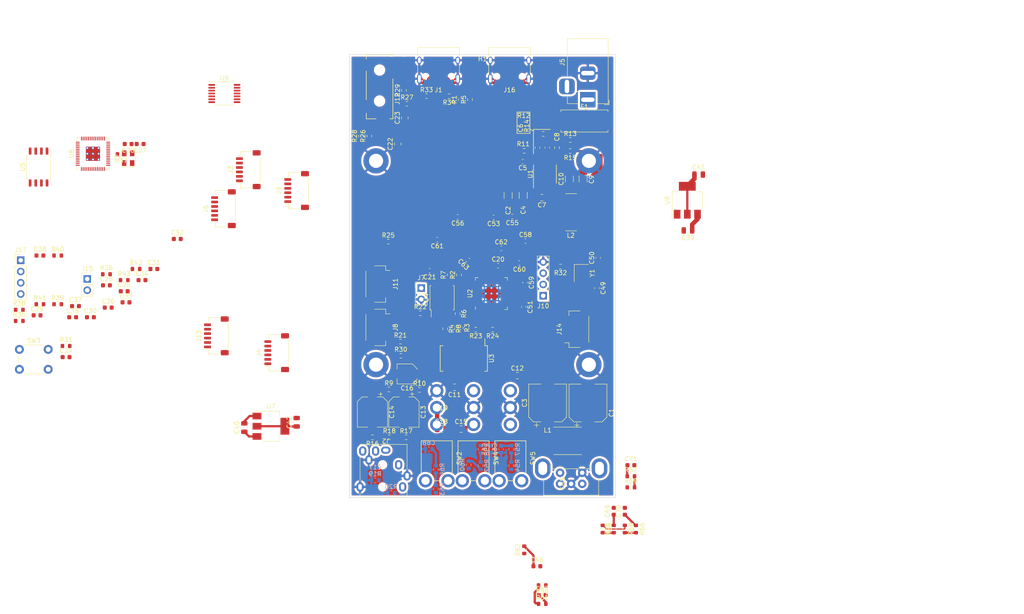
<source format=kicad_pcb>
(kicad_pcb (version 20211014) (generator pcbnew)

  (general
    (thickness 1.6)
  )

  (paper "A4")
  (layers
    (0 "F.Cu" signal)
    (31 "B.Cu" signal)
    (32 "B.Adhes" user "B.Adhesive")
    (33 "F.Adhes" user "F.Adhesive")
    (34 "B.Paste" user)
    (35 "F.Paste" user)
    (36 "B.SilkS" user "B.Silkscreen")
    (37 "F.SilkS" user "F.Silkscreen")
    (38 "B.Mask" user)
    (39 "F.Mask" user)
    (40 "Dwgs.User" user "User.Drawings")
    (41 "Cmts.User" user "User.Comments")
    (42 "Eco1.User" user "User.Eco1")
    (43 "Eco2.User" user "User.Eco2")
    (44 "Edge.Cuts" user)
    (45 "Margin" user)
    (46 "B.CrtYd" user "B.Courtyard")
    (47 "F.CrtYd" user "F.Courtyard")
    (48 "B.Fab" user)
    (49 "F.Fab" user)
  )

  (setup
    (stackup
      (layer "F.SilkS" (type "Top Silk Screen"))
      (layer "F.Paste" (type "Top Solder Paste"))
      (layer "F.Mask" (type "Top Solder Mask") (color "Green") (thickness 0.01))
      (layer "F.Cu" (type "copper") (thickness 0.035))
      (layer "dielectric 1" (type "core") (thickness 1.51) (material "FR4") (epsilon_r 4.5) (loss_tangent 0.02))
      (layer "B.Cu" (type "copper") (thickness 0.035))
      (layer "B.Mask" (type "Bottom Solder Mask") (color "Green") (thickness 0.01))
      (layer "B.Paste" (type "Bottom Solder Paste"))
      (layer "B.SilkS" (type "Bottom Silk Screen"))
      (copper_finish "None")
      (dielectric_constraints no)
    )
    (pad_to_mask_clearance 0)
    (pcbplotparams
      (layerselection 0x00010fc_ffffffff)
      (disableapertmacros false)
      (usegerberextensions false)
      (usegerberattributes true)
      (usegerberadvancedattributes true)
      (creategerberjobfile true)
      (svguseinch false)
      (svgprecision 6)
      (excludeedgelayer true)
      (plotframeref false)
      (viasonmask false)
      (mode 1)
      (useauxorigin false)
      (hpglpennumber 1)
      (hpglpenspeed 20)
      (hpglpendiameter 15.000000)
      (dxfpolygonmode true)
      (dxfimperialunits true)
      (dxfusepcbnewfont true)
      (psnegative false)
      (psa4output false)
      (plotreference true)
      (plotvalue true)
      (plotinvisibletext false)
      (sketchpadsonfab false)
      (subtractmaskfromsilk false)
      (outputformat 1)
      (mirror false)
      (drillshape 1)
      (scaleselection 1)
      (outputdirectory "")
    )
  )

  (net 0 "")
  (net 1 "/Power Supply/19V_ANALOG")
  (net 2 "/Processor/~{RST}")
  (net 3 "/Processor/SWCLK")
  (net 4 "/Front/MIC2")
  (net 5 "/Front/MIC1")
  (net 6 "+5V")
  (net 7 "/Processor/SWDIO")
  (net 8 "/Front/BT2")
  (net 9 "/Front/BT1")
  (net 10 "GND")
  (net 11 "Net-(R58-Pad2)")
  (net 12 "Net-(R59-Pad2)")
  (net 13 "/Front/PWR")
  (net 14 "Net-(C1-Pad1)")
  (net 15 "/Front/ENC_SW")
  (net 16 "Net-(C5-Pad1)")
  (net 17 "Net-(C6-Pad1)")
  (net 18 "Net-(C7-Pad1)")
  (net 19 "Net-(C7-Pad2)")
  (net 20 "Net-(C8-Pad1)")
  (net 21 "+3.3VA")
  (net 22 "Net-(F1-Pad2)")
  (net 23 "/Front/ENC_A")
  (net 24 "/Front/ENC_B")
  (net 25 "Net-(R11-Pad1)")
  (net 26 "Net-(R13-Pad1)")
  (net 27 "+3V3")
  (net 28 "Net-(C22-Pad1)")
  (net 29 "Net-(C50-Pad2)")
  (net 30 "Net-(R52-Pad2)")
  (net 31 "Net-(R54-Pad2)")
  (net 32 "Net-(C23-Pad1)")
  (net 33 "Net-(R60-Pad2)")
  (net 34 "Net-(R63-Pad2)")
  (net 35 "Net-(R66-Pad2)")
  (net 36 "Net-(R67-Pad2)")
  (net 37 "/Headphone Amplifier/SDA")
  (net 38 "/Headphone Amplifier/SCL")
  (net 39 "/Headphone Amplifier/WS")
  (net 40 "/Headphone Amplifier/HP_DETECT")
  (net 41 "Net-(C11-Pad1)")
  (net 42 "Net-(C13-Pad1)")
  (net 43 "Net-(C13-Pad2)")
  (net 44 "Net-(C14-Pad1)")
  (net 45 "Net-(C14-Pad2)")
  (net 46 "Net-(C16-Pad1)")
  (net 47 "Net-(C16-Pad2)")
  (net 48 "Net-(J2-PadR2)")
  (net 49 "Net-(J2-PadS)")
  (net 50 "Net-(R3-Pad2)")
  (net 51 "Net-(R4-Pad2)")
  (net 52 "Net-(R6-Pad2)")
  (net 53 "Net-(R8-Pad2)")
  (net 54 "Net-(R9-Pad2)")
  (net 55 "Net-(R10-Pad2)")
  (net 56 "+1V1")
  (net 57 "/Processor/USB_DETECT")
  (net 58 "/Processor/USB_DM")
  (net 59 "/Processor/USB_DP")
  (net 60 "Net-(U2-Pad51)")
  (net 61 "Net-(U2-Pad53)")
  (net 62 "Net-(U2-Pad54)")
  (net 63 "Net-(U2-Pad55)")
  (net 64 "Net-(J7-Pad1)")
  (net 65 "Net-(C49-Pad2)")
  (net 66 "Net-(U2-Pad52)")
  (net 67 "Net-(C22-Pad2)")
  (net 68 "Net-(C23-Pad2)")
  (net 69 "Net-(J12-PadR)")
  (net 70 "Net-(J12-PadT)")
  (net 71 "Net-(R22-Pad2)")
  (net 72 "Net-(J1-PadA4)")
  (net 73 "Net-(J1-PadA6)")
  (net 74 "Net-(J1-PadA7)")
  (net 75 "Net-(J1-PadA5)")
  (net 76 "Net-(J1-PadB5)")
  (net 77 "Net-(R32-Pad2)")
  (net 78 "/~{RST}")
  (net 79 "Net-(J15-Pad1)")
  (net 80 "Net-(J16-PadA6)")
  (net 81 "Net-(J16-PadB5)")
  (net 82 "Net-(J16-PadA7)")
  (net 83 "Net-(J16-PadA5)")
  (net 84 "Net-(J16-PadA4)")
  (net 85 "/Processor 2/SWCLK")
  (net 86 "/Processor 2/SWDIO")
  (net 87 "Net-(R35-Pad2)")
  (net 88 "Net-(R37-Pad2)")
  (net 89 "/Processor 2/USB_DP")
  (net 90 "/Processor 2/USB_DM")
  (net 91 "/Processor 2/USB_DETECT")
  (net 92 "Net-(U5-Pad2)")
  (net 93 "Net-(U5-Pad3)")
  (net 94 "Net-(U5-Pad5)")
  (net 95 "Net-(U5-Pad6)")
  (net 96 "Net-(U5-Pad7)")
  (net 97 "Net-(C26-Pad2)")
  (net 98 "Net-(C27-Pad2)")
  (net 99 "unconnected-(J1-PadA8)")
  (net 100 "unconnected-(J1-PadB8)")
  (net 101 "unconnected-(J3-Pad1)")
  (net 102 "unconnected-(J3-Pad2)")
  (net 103 "unconnected-(J3-Pad3)")
  (net 104 "unconnected-(J3-Pad4)")
  (net 105 "unconnected-(J3-Pad5)")
  (net 106 "unconnected-(J3-Pad6)")
  (net 107 "unconnected-(J4-Pad1)")
  (net 108 "unconnected-(J4-Pad2)")
  (net 109 "unconnected-(J4-Pad3)")
  (net 110 "unconnected-(J4-Pad4)")
  (net 111 "unconnected-(J4-Pad5)")
  (net 112 "unconnected-(J4-Pad6)")
  (net 113 "unconnected-(J5-Pad3)")
  (net 114 "unconnected-(J6-Pad1)")
  (net 115 "unconnected-(J6-Pad2)")
  (net 116 "unconnected-(J6-Pad3)")
  (net 117 "unconnected-(J6-Pad4)")
  (net 118 "unconnected-(J6-Pad5)")
  (net 119 "unconnected-(J6-Pad6)")
  (net 120 "unconnected-(J8-Pad1)")
  (net 121 "unconnected-(J8-Pad2)")
  (net 122 "unconnected-(J8-Pad3)")
  (net 123 "unconnected-(J8-Pad4)")
  (net 124 "unconnected-(J8-Pad5)")
  (net 125 "unconnected-(J8-Pad6)")
  (net 126 "unconnected-(J9-Pad1)")
  (net 127 "unconnected-(J9-Pad2)")
  (net 128 "unconnected-(J9-Pad3)")
  (net 129 "unconnected-(J9-Pad4)")
  (net 130 "unconnected-(J9-Pad5)")
  (net 131 "unconnected-(J9-Pad6)")
  (net 132 "unconnected-(J11-Pad1)")
  (net 133 "unconnected-(J11-Pad2)")
  (net 134 "unconnected-(J11-Pad3)")
  (net 135 "unconnected-(J11-Pad4)")
  (net 136 "unconnected-(J11-Pad5)")
  (net 137 "unconnected-(J11-Pad6)")
  (net 138 "unconnected-(J12-PadRN)")
  (net 139 "unconnected-(J12-PadTN)")
  (net 140 "/Processor/FRONT_SCL")
  (net 141 "/Processor/FRONT_SDA")
  (net 142 "/Processor/IR")
  (net 143 "unconnected-(J16-PadA8)")
  (net 144 "unconnected-(J16-PadB8)")
  (net 145 "/Processor 2/~{RST}")
  (net 146 "/Headphone Amplifier/CK")
  (net 147 "/Headphone Amplifier/SDO")
  (net 148 "unconnected-(R30-Pad2)")
  (net 149 "unconnected-(SW2-Pad1)")
  (net 150 "unconnected-(U2-Pad2)")
  (net 151 "unconnected-(U2-Pad3)")
  (net 152 "unconnected-(U2-Pad4)")
  (net 153 "unconnected-(U2-Pad5)")
  (net 154 "unconnected-(U2-Pad6)")
  (net 155 "unconnected-(U2-Pad7)")
  (net 156 "unconnected-(U2-Pad8)")
  (net 157 "unconnected-(U2-Pad9)")
  (net 158 "unconnected-(U2-Pad11)")
  (net 159 "unconnected-(U2-Pad18)")
  (net 160 "unconnected-(U2-Pad27)")
  (net 161 "unconnected-(U2-Pad28)")
  (net 162 "unconnected-(U2-Pad29)")
  (net 163 "unconnected-(U2-Pad30)")
  (net 164 "unconnected-(U2-Pad31)")
  (net 165 "unconnected-(U2-Pad32)")
  (net 166 "unconnected-(U2-Pad34)")
  (net 167 "unconnected-(U2-Pad35)")
  (net 168 "unconnected-(U2-Pad36)")
  (net 169 "unconnected-(U2-Pad37)")
  (net 170 "unconnected-(U2-Pad38)")
  (net 171 "unconnected-(U2-Pad39)")
  (net 172 "unconnected-(U2-Pad40)")
  (net 173 "unconnected-(U2-Pad41)")
  (net 174 "unconnected-(U3-Pad2)")
  (net 175 "/Headphone Amplifier/SDI")
  (net 176 "unconnected-(U3-Pad19)")
  (net 177 "unconnected-(U3-Pad20)")
  (net 178 "/Headphone Amplifier/MCLK")
  (net 179 "unconnected-(U3-Pad26)")
  (net 180 "unconnected-(U8-Pad2)")
  (net 181 "unconnected-(U8-Pad3)")
  (net 182 "unconnected-(U8-Pad4)")
  (net 183 "unconnected-(U8-Pad5)")
  (net 184 "unconnected-(U8-Pad6)")
  (net 185 "unconnected-(U8-Pad7)")
  (net 186 "unconnected-(U8-Pad8)")
  (net 187 "unconnected-(U8-Pad9)")
  (net 188 "unconnected-(U8-Pad11)")
  (net 189 "unconnected-(U8-Pad12)")
  (net 190 "unconnected-(U8-Pad13)")
  (net 191 "unconnected-(U8-Pad14)")
  (net 192 "unconnected-(U8-Pad15)")
  (net 193 "unconnected-(U8-Pad16)")
  (net 194 "unconnected-(U8-Pad17)")
  (net 195 "unconnected-(U8-Pad18)")
  (net 196 "unconnected-(U8-Pad27)")
  (net 197 "unconnected-(U8-Pad28)")
  (net 198 "unconnected-(U8-Pad29)")
  (net 199 "unconnected-(U8-Pad30)")
  (net 200 "unconnected-(U8-Pad31)")
  (net 201 "unconnected-(U8-Pad32)")
  (net 202 "unconnected-(U8-Pad34)")
  (net 203 "unconnected-(U8-Pad35)")
  (net 204 "unconnected-(U8-Pad36)")
  (net 205 "unconnected-(U8-Pad37)")
  (net 206 "unconnected-(U8-Pad38)")
  (net 207 "unconnected-(U8-Pad39)")
  (net 208 "unconnected-(U8-Pad40)")
  (net 209 "unconnected-(U8-Pad41)")
  (net 210 "unconnected-(U9-Pad1)")
  (net 211 "unconnected-(U9-Pad2)")
  (net 212 "unconnected-(U9-Pad3)")
  (net 213 "unconnected-(U9-Pad4)")
  (net 214 "unconnected-(U9-Pad5)")
  (net 215 "unconnected-(U9-Pad7)")
  (net 216 "unconnected-(U9-Pad8)")
  (net 217 "unconnected-(U9-Pad9)")
  (net 218 "unconnected-(U9-Pad10)")
  (net 219 "unconnected-(U9-Pad11)")
  (net 220 "unconnected-(U9-Pad13)")
  (net 221 "unconnected-(U9-Pad14)")

  (footprint "Resistor_SMD:R_0603_1608Metric" (layer "F.Cu") (at 200.1 40.175 90))

  (footprint "Resistor_SMD:R_0603_1608Metric" (layer "F.Cu") (at 202.2 40.175 90))

  (footprint "Resistor_SMD:R_0603_1608Metric" (layer "F.Cu") (at 197.63 79.76 90))

  (footprint "Resistor_SMD:R_0603_1608Metric" (layer "F.Cu") (at 199.73 79.76 90))

  (footprint "Package_SO:Diodes_SO-8EP" (layer "F.Cu") (at 219.09 56.97 90))

  (footprint "Connector_BarrelJack:BarrelJack_Horizontal" (layer "F.Cu") (at 228.7575 40.2 -90))

  (footprint "Capacitor_SMD:C_0603_1608Metric" (layer "F.Cu") (at 214.09 54.17 180))

  (footprint "Capacitor_SMD:C_0805_2012Metric" (layer "F.Cu") (at 218.4 62.3 180))

  (footprint "Resistor_SMD:R_0603_1608Metric" (layer "F.Cu") (at 214.41 51.73 180))

  (footprint "Resistor_SMD:R_0603_1608Metric" (layer "F.Cu") (at 218.71 47.93 180))

  (footprint "Resistor_SMD:R_0603_1608Metric" (layer "F.Cu") (at 224.8 49.3))

  (footprint "Resistor_SMD:R_0603_1608Metric" (layer "F.Cu") (at 221.81 51.03 90))

  (footprint "Resistor_SMD:R_0603_1608Metric" (layer "F.Cu") (at 224.8 51.8))

  (footprint "Capacitor_SMD:CP_Elec_8x10" (layer "F.Cu") (at 228.8 108.6575 90))

  (footprint "Capacitor_SMD:C_1206_3216Metric" (layer "F.Cu") (at 210.79 61.8 90))

  (footprint "Capacitor_SMD:CP_Elec_8x10" (layer "F.Cu") (at 219.7 108.65 90))

  (footprint "Capacitor_SMD:C_1206_3216Metric" (layer "F.Cu") (at 214.2 61.8 90))

  (footprint "Inductor_SMD:L_Bourns-SRN8040_8x8.15mm" (layer "F.Cu") (at 225 65.6 180))

  (footprint "Inductor_SMD:L_Taiyo-Yuden_NR-60xx" (layer "F.Cu") (at 224.2 117.2))

  (footprint "Package_TO_SOT_SMD:SOT-223-3_TabPin2" (layer "F.Cu") (at 251.2 62.89 90))

  (footprint "Resistor_SMD:R_0603_1608Metric" (layer "F.Cu") (at 126.89 78.41))

  (footprint "Resistor_SMD:R_0603_1608Metric" (layer "F.Cu") (at 109.21 75.37))

  (footprint "Resistor_SMD:R_0603_1608Metric" (layer "F.Cu") (at 238.475 125.2))

  (footprint "Connector_PinHeader_2.54mm:PinHeader_1x02_P2.54mm_Vertical" (layer "F.Cu") (at 115.87 80.66))

  (footprint "Resistor_SMD:R_0603_1608Metric" (layer "F.Cu") (at 196.6 91.9 -90))

  (footprint "Capacitor_SMD:C_0603_1608Metric" (layer "F.Cu") (at 128.22 80.92))

  (footprint "Capacitor_SMD:C_0805_2012Metric" (layer "F.Cu") (at 251.35 69.7 180))

  (footprint "Resistor_SMD:R_0603_1608Metric" (layer "F.Cu") (at 109.21 86.36))

  (footprint "Package_SO:TSSOP-14_4.4x5mm_P0.65mm" (layer "F.Cu") (at 146.8 38.8))

  (footprint "HackAmp-Footprints:Jack_3.5mm_Switchcraft_35RASMT4BHNTRX_Horizontal" (layer "F.Cu") (at 181.8 37))

  (footprint "Capacitor_SMD:CP_Elec_4x5.4" (layer "F.Cu") (at 188 102.1 180))

  (footprint "Resistor_SMD:R_0603_1608Metric" (layer "F.Cu") (at 184 116.4))

  (footprint "Capacitor_SMD:C_0603_1608Metric" (layer "F.Cu") (at 104.56 88.87))

  (footprint "Resistor_SMD:R_0603_1608Metric" (layer "F.Cu") (at 199.4 88.5 -90))

  (footprint "Resistor_SMD:R_0603_1608Metric" (layer "F.Cu") (at 238.475 127.7))

  (footprint "Capacitor_SMD:C_0603_1608Metric" (layer "F.Cu") (at 234.615493 133.1 90))

  (footprint "Resistor_SMD:R_0603_1608Metric" (layer "F.Cu") (at 192.4 39.4))

  (footprint "Connector_JST:JST_SH_SM06B-SRSS-TB_1x06-1MP_P1.00mm_Horizontal" (layer "F.Cu") (at 226.3 92 90))

  (footprint "Package_SO:SOIC-8_5.23x5.23mm_P1.27mm" (layer "F.Cu") (at 195.9 84.9 90))

  (footprint "Connector_USB:USB_C_Receptacle_HRO_TYPE-C-31-M-12" (layer "F.Cu") (at 211.1 32.35 180))

  (footprint "Connector_JST:JST_SH_SM06B-SRSS-TB_1x06-1MP_P1.00mm_Horizontal" (layer "F.Cu") (at 145 93.5 90))

  (footprint "Package_SO:SOIC-8_5.23x5.23mm_P1.27mm" (layer "F.Cu") (at 104.9 55.4 90))

  (footprint "Capacitor_SMD:C_0603_1608Metric" (layer "F.Cu") (at 214.33 86.985 -90))

  (footprint "Resistor_SMD:R_0603_1608Metric" (layer "F.Cu") (at 111.1 95.79))

  (footprint "Capacitor_SMD:C_0603_1608Metric" (layer "F.Cu") (at 136.18 71.63))

  (footprint "Connector_JST:JST_SH_SM06B-SRSS-TB_1x06-1MP_P1.00mm_Horizontal" (layer "F.Cu") (at 158.6 97.3 90))

  (footprint "Resistor_SMD:R_0603_1608Metric" (layer "F.Cu") (at 218.475 149.8 180))

  (footprint "Capacitor_SMD:C_0603_1608Metric" (layer "F.Cu") (at 238.475 122.7))

  (footprint "Capacitor_SMD:CP_Elec_6.3x7.7" (layer "F.Cu")
    (tedit 5BCA39D0) (tstamp 3aa16257-f18d-47e3-80e5-bcb73a6ed639)
    (at 180.2 110.7 -90)
    (descr "SMD capacitor, aluminum electrolytic, Nichicon, 6.3x7.7mm")
    (tags "capacitor electrolytic")
    (property "Mouser" "140-VZL221M1CTR-0607")
    (property "Part Name" "Lelon VZL221M1CTR-0607")
    (property "Sheetfile" "headphone-amp.kicad_sch")
    (property "Sheetname" "Headphone Amplifier")
    (path "/00000000-0000-0000-0000-00005fa5bd36/a8fd30b6-3575-400d-9043-ca77f914f82b")
    (attr smd)
    (fp_text reference "C14" (at 0 -4.35 90) (layer "F.SilkS")
      (effects (font (size 1 1) (thickness 0.15)))
      (tstamp 3e6ac0d7-178a-49f1-9bd3-ac48442e817f)
    )
    (fp_text value "220uF" (at 0 4.35 90) (layer "F.Fab")
      (effects (font (size 1 1) (thickness 0.15)))
      (tstamp 68357a50-fca8-453e-ba50-ebebde86f281)
    )
    (fp_text user "${REFERENCE}" (at 0 0 90) (layer "F.Fab")
      (effects (font (size 1 1) (thickness 0.15)))
      (tstamp 591f5733-dcee-4fa9-af40-5915758fb545)
    )
    (fp_line (start -4.04375 -2.24125) (end -4.04375 -1.45375) (layer "F.SilkS") (width 0.12) (tstamp 054a1f6e-1e12-4208-a9d0-1cb1dbf3e400))
    (fp_line (start -2.345563 3.41) (end 3.41 3.41) (layer "F.SilkS") (width 0.12) (tstamp 17f5bfc0-33ef-40aa-b084-6ee773e95d25))
    (fp_line (start -3.41 2.345563) (end -2.345563 3.41) (layer "F.SilkS") (width 0.12) (tstamp 251d2d03-6f39-4db1-8626-4b8a004e5da3))
    (fp_line (start -4.4375 -1.8475) (end -3.65 -1.8475) (layer "F.SilkS") (width 0.12) (tstamp 35123d26-f715-4ffb-b4a7-89c44eec5299))
    (fp_line (start -3.41 -2.345563) (end -3.41 -1.06) (layer "F.SilkS") (width 0.12) (tstamp 36ebd02b-47e6-44bc-95c8-c425cc22c4c5))
    (fp_line (start 3.41 -3.41) (end 3.41 -1.06) (layer "F.SilkS") (width 0.12) (tstamp 88799e7e-b1df-4bd3-b8d7-29b18498f87e))
    (fp_line (start -3.41 2.345563) (end -3.41 1.06) (layer "F.SilkS") (width 0.12) (tstamp a4da57f3-0642-4c34-948f-4bc1e0ba6437))
    (fp_line (start -2.345563 -3.41) (end 3.41 -3.41) (layer "F.SilkS") (width 0.12) (tstamp a9b54569-3672-4522-88b4-cdf15a110039))
    (fp_line (start 3.41 3.41) (end 3.41 1.06) (layer "F.SilkS") (width 0.12) (tstamp b64a492a-9e16-4b62-a3f5-3ec8f832d480))
    (fp_line (start -3.41 -2.345563) (end -2.345563 -3.41) (layer "F.SilkS") (width 0.12) (tstamp b85cafc8-ca4d-4624-93cf-a5cae4c7f656))
    (fp_line (start -3.55 -1.05) (end -4.7 -1.05) (layer "F.CrtYd") (width 0.05) (tstamp 318dc78b-a0fd-4669-b7aa-b0286ac5d3a6))
    (fp_line (start -2.4 -3.55) (end 3.55 -3.55) (layer "F.CrtYd") (width 0.05) (tstamp 3d0e91f9-0373-4cac-8eec-46c65533dbe2))
    (fp_line (start 3.55 -3.55) (end 3.55 -1.05) (layer "F.CrtYd") (width 0.05) (tstamp 590816e3-ea61-46eb-aed2-e1156902e0f9))
    (fp_line (start -3.55 -2.4) (end -2.4 -3.55) (layer "F.CrtYd") (width 0.05) (tstamp 593d14c7-a1c0-42af-8aea-5afdee0aa9ea))
    (fp_line (start -3.55 2.4) (end -2.4 3.55) (layer "F.CrtYd") (width 0.05) (tstamp 5c2fb79b-8c50-4fad-bf00-a37ed5d1903f))
    (fp_line (start 4.7 -1.05) (end 4.7 1.05) (layer "F.CrtYd") (width 0.05) (tstamp 86f705b9-6111-44cb-89e3-89d29dd17835))
    (fp_line (start 4.7 1.05) (end 3.55 1.05) (layer "F.CrtYd") (width 0.05) (tstamp 8f3a2cdb-aa6a-41ff-b8df-69f530562633))
    (fp_line (start -4.7 1.05) (end -3.55 1.05) (layer "F.CrtYd") (width 0.05) (tstamp 98437500-ab74-4f49-9465-7351bcf72ee4))
    (fp_line (start 3.55 -1.05) (end 4.7 -1.05) (layer "F.CrtYd") (width 0.05) (tstamp a4cca7fa-58de-481e-bc19-fe2fc5d68762))
    (fp_line (start 3.55 1.05) (end 3.55 3.55) (layer "F.CrtYd") (width 0.05) (tstamp aeeed7df-0a6a-4353-9c83-d7148514aea8))
    (fp_line (start -2.4 3.55) (end 3.55 3.55) (layer "F.CrtYd") (width 0.05) (tstamp caf5dc90-8084-4c51-8a1a-be0b873f0578))
    (fp_line (start -3.55 -2.4) (end -3.55 -1.05) (layer "F.CrtYd") (width 0.05) (tstamp d365b4a3-beef-4d74-a49f-c2fbd290c16a))
    (fp_line (start -3.55 1.05) (end -3.55 2.4) (layer "F.CrtYd") (width 0.05) (tstamp d455b24c-6662-4618-bee8-e243301e9cea))
    (fp_line (start -4.7 -1.05) (end -4.7 1.05) (layer "F.CrtYd") (width 0.05) (tstamp fdc924c3-e1f8-4bf7-8ba7-fa1f04a25fac))
    (fp_line (start -3.3 -2.3) (end -3.3 2.3) (layer "F.Fab") (width 0.1) (tstamp 559e2f5a-44ac-4c2c-bacc-ce85f4bda3a2))
    (fp_line (start -3.3 2.3) (end -2.3 3.3) (layer "F.Fab") (width 0.1) (tstamp 6fad56d0-a62d-459e-ba37-8248feffcb98))
    (fp_line (start -3.3 -2.3) (end -2.3 -3.3) (layer "F.Fab") (width 0.1) (tstamp 7332306e-5ef4-4cc9-89de-8fda45c1faf6))
    (fp_line (start -2.704838 -1.33) (end -2.074838 -1.33) (layer "F.Fab") (width 0.1) (tstamp 78eb8f45-3c8a-43d1-85cb-d32c0a431d7b))
    (fp_line (start 3.3 -3.3) (end 3.3 3.3) (layer "F.Fab") (width 0.1) (tstamp ae0e14ed-93dc-4942-81e1-708126e42283))
    (fp_line (start -2.389838 -1.645) (end -2.389838 -1.015) (layer "F.Fab") (width 0.1) (tstamp b8ffca07-2a41-467e-b073-50777b0c8115))
    (fp_line (start -2.3 3.3) (end 3.3 3.3) (layer "F.Fab") (width 0.1) (tstamp cd1c8004-fc4f-452f-b87c-71848b2e4e38))
    (fp_line (start -2.3 -3.3) (end 3.3 -3.3) (layer "F.Fab") (width 0.1) (tstamp dbe85322-c238-4b5a-80b7-c6be9c5c7c5c))
    (fp_circle (center 0 0) (end 3.15 0) (layer "F.Fab") (width 0.1) (fill none) (tstamp 4c7bc698-2309-4e53-9f2f-9b980517d338))
    (pad "1" smd roundrect locked (at -2.7 0 270) (size 3.5 1.6) (layers "F.Cu" "F.Paste" "F.Mask") (roundrect_rratio 0.15625)
      (net 44 "Net-(C14-Pad1)") (pintype "passive") (tstamp dcfd29ca-bbe4-4beb-97fe-4ed804ff5a2c))
    (pad "2" smd roundrect locked (at 2.7 0 270) (size 3.5 1.6) (layers "F.Cu" "F.Paste" "F.Mask") (roundrect_rratio 0.15625)
      (net 45 "Net-(C14-Pad2)") (pintype "passive") (tstamp cfbabb32-0e8f-4137-bce5-9a91707165c3))
    (model "${KICAD6_3DMODEL_DIR}/Capacitor_SMD.3dshapes/C
... [1313287 chars truncated]
</source>
